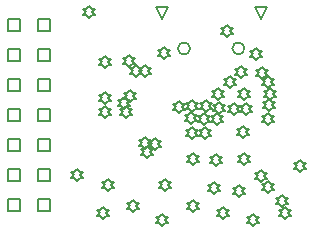
<source format=gbr>
%TF.GenerationSoftware,Altium Limited,Altium Designer,20.2.6 (244)*%
G04 Layer_Color=2752767*
%FSLAX45Y45*%
%MOMM*%
%TF.SameCoordinates,9E4D4D7D-1FFC-428C-BB03-7E89B6F1CBBC*%
%TF.FilePolarity,Positive*%
%TF.FileFunction,Drawing*%
%TF.Part,Single*%
G01*
G75*
%TA.AperFunction,NonConductor*%
%ADD121C,0.12700*%
%ADD122C,0.16933*%
D121*
X403200Y185200D02*
Y286800D01*
X504800D01*
Y185200D01*
X403200D01*
Y439200D02*
Y540800D01*
X504800D01*
Y439200D01*
X403200D01*
Y693200D02*
Y794800D01*
X504800D01*
Y693200D01*
X403200D01*
Y947200D02*
Y1048800D01*
X504800D01*
Y947200D01*
X403200D01*
Y1201200D02*
Y1302800D01*
X504800D01*
Y1201200D01*
X403200D01*
Y1455200D02*
Y1556800D01*
X504800D01*
Y1455200D01*
X403200D01*
Y1709200D02*
Y1810800D01*
X504800D01*
Y1709200D01*
X403200D01*
X149200Y185200D02*
Y286800D01*
X250800D01*
Y185200D01*
X149200D01*
Y439200D02*
Y540800D01*
X250800D01*
Y439200D01*
X149200D01*
Y693200D02*
Y794800D01*
X250800D01*
Y693200D01*
X149200D01*
Y947200D02*
Y1048800D01*
X250800D01*
Y947200D01*
X149200D01*
Y1201200D02*
Y1302800D01*
X250800D01*
Y1201200D01*
X149200D01*
Y1455200D02*
Y1556800D01*
X250800D01*
Y1455200D01*
X149200D01*
Y1709200D02*
Y1810800D01*
X250800D01*
Y1709200D01*
X149200D01*
X1450000Y1809200D02*
X1399200Y1910800D01*
X1500800D01*
X1450000Y1809200D01*
X2285000D02*
X2234200Y1910800D01*
X2335800D01*
X2285000Y1809200D01*
X1811065Y794201D02*
X1836465Y819601D01*
X1861865D01*
X1836465Y845001D01*
X1861865Y870401D01*
X1836465D01*
X1811065Y895801D01*
X1785665Y870401D01*
X1760265D01*
X1785665Y845001D01*
X1760265Y819601D01*
X1785665D01*
X1811065Y794201D01*
X1810000Y909200D02*
X1835400Y934600D01*
X1860800D01*
X1835400Y960000D01*
X1860800Y985400D01*
X1835400D01*
X1810000Y1010800D01*
X1784600Y985400D01*
X1759200D01*
X1784600Y960000D01*
X1759200Y934600D01*
X1784600D01*
X1810000Y909200D01*
X1706116Y1017816D02*
X1731516Y1043216D01*
X1756916D01*
X1731516Y1068616D01*
X1756916Y1094016D01*
X1731516D01*
X1706116Y1119416D01*
X1680716Y1094016D01*
X1655316D01*
X1680716Y1068616D01*
X1655316Y1043216D01*
X1680716D01*
X1706116Y1017816D01*
X1918935Y914200D02*
X1944335Y939600D01*
X1969735D01*
X1944335Y965000D01*
X1969735Y990400D01*
X1944335D01*
X1918935Y1015800D01*
X1893535Y990400D01*
X1868135D01*
X1893535Y965000D01*
X1868135Y939600D01*
X1893535D01*
X1918935Y914200D01*
X1702160Y793106D02*
X1727560Y818506D01*
X1752960D01*
X1727560Y843906D01*
X1752960Y869306D01*
X1727560D01*
X1702160Y894706D01*
X1676760Y869306D01*
X1651360D01*
X1676760Y843906D01*
X1651360Y818506D01*
X1676760D01*
X1702160Y793106D01*
X1710000Y569200D02*
X1735400Y594600D01*
X1760800D01*
X1735400Y620000D01*
X1760800Y645400D01*
X1735400D01*
X1710000Y670800D01*
X1684600Y645400D01*
X1659200D01*
X1684600Y620000D01*
X1659200Y594600D01*
X1684600D01*
X1710000Y569200D01*
X1910991Y564126D02*
X1936391Y589526D01*
X1961791D01*
X1936391Y614926D01*
X1961791Y640326D01*
X1936391D01*
X1910991Y665726D01*
X1885591Y640326D01*
X1860191D01*
X1885591Y614926D01*
X1860191Y589526D01*
X1885591D01*
X1910991Y564126D01*
X1698204Y916700D02*
X1723604Y942100D01*
X1749004D01*
X1723604Y967500D01*
X1749004Y992900D01*
X1723604D01*
X1698204Y1018300D01*
X1672804Y992900D01*
X1647404D01*
X1672804Y967500D01*
X1647404Y942100D01*
X1672804D01*
X1698204Y916700D01*
X1591117Y1014252D02*
X1616517Y1039652D01*
X1641917D01*
X1616517Y1065052D01*
X1641917Y1090452D01*
X1616517D01*
X1591117Y1115852D01*
X1565717Y1090452D01*
X1540317D01*
X1565717Y1065052D01*
X1540317Y1039652D01*
X1565717D01*
X1591117Y1014252D01*
X1819996Y1019198D02*
X1845396Y1044598D01*
X1870796D01*
X1845396Y1069998D01*
X1870796Y1095398D01*
X1845396D01*
X1819996Y1120798D01*
X1794596Y1095398D01*
X1769196D01*
X1794596Y1069998D01*
X1769196Y1044598D01*
X1794596D01*
X1819996Y1019198D01*
X1921065Y1124200D02*
X1946466Y1149600D01*
X1971865D01*
X1946466Y1175000D01*
X1971865Y1200400D01*
X1946466D01*
X1921065Y1225800D01*
X1895665Y1200400D01*
X1870266D01*
X1895665Y1175000D01*
X1870266Y1149600D01*
X1895665D01*
X1921065Y1124200D01*
X2350000Y1229200D02*
X2375400Y1254600D01*
X2400800D01*
X2375400Y1280000D01*
X2400800Y1305400D01*
X2375400D01*
X2350000Y1330800D01*
X2324600Y1305400D01*
X2299200D01*
X2324600Y1280000D01*
X2299200Y1254600D01*
X2324600D01*
X2350000Y1229200D01*
X2290000Y429200D02*
X2315400Y454600D01*
X2340800D01*
X2315400Y480000D01*
X2340800Y505400D01*
X2315400D01*
X2290000Y530800D01*
X2264600Y505400D01*
X2239200D01*
X2264600Y480000D01*
X2239200Y454600D01*
X2264600D01*
X2290000Y429200D01*
X2350000Y339200D02*
X2375400Y364600D01*
X2400800D01*
X2375400Y390000D01*
X2400800Y415400D01*
X2375400D01*
X2350000Y440800D01*
X2324600Y415400D01*
X2299200D01*
X2324600Y390000D01*
X2299200Y364600D01*
X2324600D01*
X2350000Y339200D01*
X2300000Y1299200D02*
X2325400Y1324600D01*
X2350800D01*
X2325400Y1350000D01*
X2350800Y1375400D01*
X2325400D01*
X2300000Y1400800D01*
X2274600Y1375400D01*
X2249200D01*
X2274600Y1350000D01*
X2249200Y1324600D01*
X2274600D01*
X2300000Y1299200D01*
X2250000Y1459200D02*
X2275400Y1484600D01*
X2300800D01*
X2275400Y1510000D01*
X2300800Y1535400D01*
X2275400D01*
X2250000Y1560800D01*
X2224600Y1535400D01*
X2199200D01*
X2224600Y1510000D01*
X2199200Y1484600D01*
X2224600D01*
X2250000Y1459200D01*
X2365000Y1120265D02*
X2390400Y1145665D01*
X2415800D01*
X2390400Y1171065D01*
X2415800Y1196465D01*
X2390400D01*
X2365000Y1221865D01*
X2339600Y1196465D01*
X2314200D01*
X2339600Y1171065D01*
X2314200Y1145665D01*
X2339600D01*
X2365000Y1120265D01*
X2159996Y999198D02*
X2185396Y1024598D01*
X2210796D01*
X2185396Y1049998D01*
X2210796Y1075398D01*
X2185396D01*
X2159996Y1100798D01*
X2134596Y1075398D01*
X2109196D01*
X2134596Y1049998D01*
X2109196Y1024598D01*
X2134596D01*
X2159996Y999198D01*
X1229998Y1319197D02*
X1255398Y1344597D01*
X1280798D01*
X1255398Y1369997D01*
X1280798Y1395397D01*
X1255398D01*
X1229998Y1420797D01*
X1204598Y1395397D01*
X1179198D01*
X1204598Y1369997D01*
X1179198Y1344597D01*
X1204598D01*
X1229998Y1319197D01*
X1310000Y1319200D02*
X1335400Y1344600D01*
X1360800D01*
X1335400Y1370000D01*
X1360800Y1395400D01*
X1335400D01*
X1310000Y1420800D01*
X1284600Y1395400D01*
X1259200D01*
X1284600Y1370000D01*
X1259200Y1344600D01*
X1284600D01*
X1310000Y1319200D01*
X2119996Y1309197D02*
X2145396Y1334597D01*
X2170796D01*
X2145396Y1359997D01*
X2170796Y1385397D01*
X2145396D01*
X2119996Y1410797D01*
X2094596Y1385397D01*
X2069196D01*
X2094596Y1359997D01*
X2069196Y1334597D01*
X2094596D01*
X2119996Y1309197D01*
X1309997Y709198D02*
X1335397Y734598D01*
X1360797D01*
X1335397Y759998D01*
X1360797Y785398D01*
X1335397D01*
X1309997Y810798D01*
X1284597Y785398D01*
X1259197D01*
X1284597Y759998D01*
X1259197Y734598D01*
X1284597D01*
X1309997Y709198D01*
X1390000Y699200D02*
X1415400Y724600D01*
X1440800D01*
X1415400Y750000D01*
X1440800Y775400D01*
X1415400D01*
X1390000Y800800D01*
X1364600Y775400D01*
X1339200D01*
X1364600Y750000D01*
X1339200Y724600D01*
X1364600D01*
X1390000Y699200D01*
X1320000Y629200D02*
X1345400Y654600D01*
X1370800D01*
X1345400Y680000D01*
X1370800Y705400D01*
X1345400D01*
X1320000Y730800D01*
X1294600Y705400D01*
X1269200D01*
X1294600Y680000D01*
X1269200Y654600D01*
X1294600D01*
X1320000Y629200D01*
X1129998Y1049198D02*
X1155398Y1074598D01*
X1180798D01*
X1155398Y1099998D01*
X1180798Y1125398D01*
X1155398D01*
X1129998Y1150798D01*
X1104598Y1125398D01*
X1079198D01*
X1104598Y1099998D01*
X1079198Y1074598D01*
X1104598D01*
X1129998Y1049198D01*
X1180000Y1109200D02*
X1205400Y1134600D01*
X1230800D01*
X1205400Y1160000D01*
X1230800Y1185400D01*
X1205400D01*
X1180000Y1210800D01*
X1154600Y1185400D01*
X1129200D01*
X1154600Y1160000D01*
X1129200Y1134600D01*
X1154600D01*
X1180000Y1109200D01*
X2144642Y1119908D02*
X2170042Y1145308D01*
X2195442D01*
X2170042Y1170708D01*
X2195442Y1196108D01*
X2170042D01*
X2144642Y1221508D01*
X2119242Y1196108D01*
X2093842D01*
X2119242Y1170708D01*
X2093842Y1145308D01*
X2119242D01*
X2144642Y1119908D01*
X1930000Y1009200D02*
X1955400Y1034600D01*
X1980800D01*
X1955400Y1060000D01*
X1980800Y1085400D01*
X1955400D01*
X1930000Y1110800D01*
X1904600Y1085400D01*
X1879200D01*
X1904600Y1060000D01*
X1879200Y1034600D01*
X1904600D01*
X1930000Y1009200D01*
X2026435Y1221700D02*
X2051835Y1247100D01*
X2077235D01*
X2051835Y1272500D01*
X2077235Y1297900D01*
X2051835D01*
X2026435Y1323300D01*
X2001035Y1297900D01*
X1975635D01*
X2001035Y1272500D01*
X1975635Y1247100D01*
X2001035D01*
X2026435Y1221700D01*
X1170000Y1399200D02*
X1195400Y1424600D01*
X1220800D01*
X1195400Y1450000D01*
X1220800Y1475400D01*
X1195400D01*
X1170000Y1500800D01*
X1144600Y1475400D01*
X1119200D01*
X1144600Y1450000D01*
X1119200Y1424600D01*
X1144600D01*
X1170000Y1399200D01*
X1150000Y969200D02*
X1175400Y994600D01*
X1200800D01*
X1175400Y1020000D01*
X1200800Y1045400D01*
X1175400D01*
X1150000Y1070800D01*
X1124600Y1045400D01*
X1099200D01*
X1124600Y1020000D01*
X1099200Y994600D01*
X1124600D01*
X1150000Y969200D01*
X970000D02*
X995400Y994600D01*
X1020800D01*
X995400Y1020000D01*
X1020800Y1045400D01*
X995400D01*
X970000Y1070800D01*
X944600Y1045400D01*
X919200D01*
X944600Y1020000D01*
X919200Y994600D01*
X944600D01*
X970000Y969200D01*
X2148934Y574200D02*
X2174334Y599600D01*
X2199734D01*
X2174334Y625000D01*
X2199734Y650400D01*
X2174334D01*
X2148934Y675800D01*
X2123534Y650400D01*
X2098134D01*
X2123534Y625000D01*
X2098134Y599600D01*
X2123534D01*
X2148934Y574200D01*
X1890000Y329200D02*
X1915400Y354600D01*
X1940800D01*
X1915400Y380000D01*
X1940800Y405400D01*
X1915400D01*
X1890000Y430800D01*
X1864600Y405400D01*
X1839200D01*
X1864600Y380000D01*
X1839200Y354600D01*
X1864600D01*
X1890000Y329200D01*
X1480000Y349200D02*
X1505400Y374600D01*
X1530800D01*
X1505400Y400000D01*
X1530800Y425400D01*
X1505400D01*
X1480000Y450800D01*
X1454600Y425400D01*
X1429200D01*
X1454600Y400000D01*
X1429200Y374600D01*
X1454600D01*
X1480000Y349200D01*
X949998Y119200D02*
X975398Y144600D01*
X1000798D01*
X975398Y170000D01*
X1000798Y195400D01*
X975398D01*
X949998Y220800D01*
X924598Y195400D01*
X899198D01*
X924598Y170000D01*
X899198Y144600D01*
X924598D01*
X949998Y119200D01*
X2490000Y119200D02*
X2515400Y144600D01*
X2540800D01*
X2515400Y170000D01*
X2540800Y195400D01*
X2515400D01*
X2490000Y220800D01*
X2464600Y195400D01*
X2439200D01*
X2464600Y170000D01*
X2439200Y144600D01*
X2464600D01*
X2490000Y119200D01*
X727797Y439464D02*
X753197Y464864D01*
X778597D01*
X753197Y490264D01*
X778597Y515664D01*
X753197D01*
X727797Y541064D01*
X702397Y515664D01*
X676997D01*
X702397Y490264D01*
X676997Y464864D01*
X702397D01*
X727797Y439464D01*
X970000Y1089200D02*
X995400Y1114600D01*
X1020800D01*
X995400Y1140000D01*
X1020800Y1165400D01*
X995400D01*
X970000Y1190800D01*
X944600Y1165400D01*
X919200D01*
X944600Y1140000D01*
X919200Y1114600D01*
X944600D01*
X970000Y1089200D01*
X965000Y1394200D02*
X990400Y1419600D01*
X1015800D01*
X990400Y1445000D01*
X1015800Y1470400D01*
X990400D01*
X965000Y1495800D01*
X939600Y1470400D01*
X914200D01*
X939600Y1445000D01*
X914200Y1419600D01*
X939600D01*
X965000Y1394200D01*
X1470000Y1469200D02*
X1495400Y1494600D01*
X1520800D01*
X1495400Y1520000D01*
X1520800Y1545400D01*
X1495400D01*
X1470000Y1570800D01*
X1444600Y1545400D01*
X1419200D01*
X1444600Y1520000D01*
X1419200Y1494600D01*
X1444600D01*
X1470000Y1469200D01*
X2000000Y1659200D02*
X2025400Y1684600D01*
X2050800D01*
X2025400Y1710000D01*
X2050800Y1735400D01*
X2025400D01*
X2000000Y1760800D01*
X1974600Y1735400D01*
X1949200D01*
X1974600Y1710000D01*
X1949200Y1684600D01*
X1974600D01*
X2000000Y1659200D01*
X2620000Y518144D02*
X2645400Y543544D01*
X2670800D01*
X2645400Y568944D01*
X2670800Y594344D01*
X2645400D01*
X2620000Y619744D01*
X2594600Y594344D01*
X2569200D01*
X2594600Y568944D01*
X2569200Y543544D01*
X2594600D01*
X2620000Y518144D01*
X830000Y1819200D02*
X855400Y1844600D01*
X880800D01*
X855400Y1870000D01*
X880800Y1895400D01*
X855400D01*
X830000Y1920800D01*
X804600Y1895400D01*
X779200D01*
X804600Y1870000D01*
X779200Y1844600D01*
X804600D01*
X830000Y1819200D01*
X990000Y349200D02*
X1015400Y374600D01*
X1040800D01*
X1015400Y400000D01*
X1040800Y425400D01*
X1015400D01*
X990000Y450800D01*
X964600Y425400D01*
X939200D01*
X964600Y400000D01*
X939200Y374600D01*
X964600D01*
X990000Y349200D01*
X2060000Y994200D02*
X2085400Y1019600D01*
X2110800D01*
X2085400Y1045000D01*
X2110800Y1070400D01*
X2085400D01*
X2060000Y1095800D01*
X2034600Y1070400D01*
X2009200D01*
X2034600Y1045000D01*
X2009200Y1019600D01*
X2034600D01*
X2060000Y994200D01*
X1201480Y178904D02*
X1226880Y204304D01*
X1252280D01*
X1226880Y229704D01*
X1252280Y255104D01*
X1226880D01*
X1201480Y280504D01*
X1176080Y255104D01*
X1150680D01*
X1176080Y229704D01*
X1150680Y204304D01*
X1176080D01*
X1201480Y178904D01*
X2100000Y299200D02*
X2125400Y324600D01*
X2150800D01*
X2125400Y350000D01*
X2150800Y375400D01*
X2125400D01*
X2100000Y400800D01*
X2074600Y375400D01*
X2049200D01*
X2074600Y350000D01*
X2049200Y324600D01*
X2074600D01*
X2100000Y299200D01*
X2351856Y915807D02*
X2377256Y941207D01*
X2402656D01*
X2377256Y966607D01*
X2402656Y992007D01*
X2377256D01*
X2351856Y1017407D01*
X2326456Y992007D01*
X2301056D01*
X2326456Y966607D01*
X2301056Y941207D01*
X2326456D01*
X2351856Y915807D01*
X2353986Y1026594D02*
X2379386Y1051994D01*
X2404786D01*
X2379386Y1077394D01*
X2404786Y1102794D01*
X2379386D01*
X2353986Y1128194D01*
X2328586Y1102794D01*
X2303186D01*
X2328586Y1077394D01*
X2303186Y1051994D01*
X2328586D01*
X2353986Y1026594D01*
X1970000Y119200D02*
X1995400Y144600D01*
X2020800D01*
X1995400Y170000D01*
X2020800Y195400D01*
X1995400D01*
X1970000Y220800D01*
X1944600Y195400D01*
X1919200D01*
X1944600Y170000D01*
X1919200Y144600D01*
X1944600D01*
X1970000Y119200D01*
X1710000Y179200D02*
X1735400Y204600D01*
X1760800D01*
X1735400Y230000D01*
X1760800Y255400D01*
X1735400D01*
X1710000Y280800D01*
X1684600Y255400D01*
X1659200D01*
X1684600Y230000D01*
X1659200Y204600D01*
X1684600D01*
X1710000Y179200D01*
X2220000Y59200D02*
X2245400Y84600D01*
X2270800D01*
X2245400Y110000D01*
X2270800Y135400D01*
X2245400D01*
X2220000Y160800D01*
X2194600Y135400D01*
X2169200D01*
X2194600Y110000D01*
X2169200Y84600D01*
X2194600D01*
X2220000Y59200D01*
X1450000D02*
X1475400Y84600D01*
X1500800D01*
X1475400Y110000D01*
X1500800Y135400D01*
X1475400D01*
X1450000Y160800D01*
X1424600Y135400D01*
X1399200D01*
X1424600Y110000D01*
X1399200Y84600D01*
X1424600D01*
X1450000Y59200D01*
X2470000Y219200D02*
X2495400Y244600D01*
X2520800D01*
X2495400Y270000D01*
X2520800Y295400D01*
X2495400D01*
X2470000Y320800D01*
X2444600Y295400D01*
X2419200D01*
X2444600Y270000D01*
X2419200Y244600D01*
X2444600D01*
X2470000Y219200D01*
X2140000Y799200D02*
X2165400Y824600D01*
X2190800D01*
X2165400Y850000D01*
X2190800Y875400D01*
X2165400D01*
X2140000Y900800D01*
X2114600Y875400D01*
X2089200D01*
X2114600Y850000D01*
X2089200Y824600D01*
X2114600D01*
X2140000Y799200D01*
D122*
X1688300Y1560000D02*
G03*
X1688300Y1560000I-50800J0D01*
G01*
X2148300D02*
G03*
X2148300Y1560000I-50800J0D01*
G01*
%TF.MD5,20ed9e9457b7082561e399f3daaf0ec1*%
M02*

</source>
